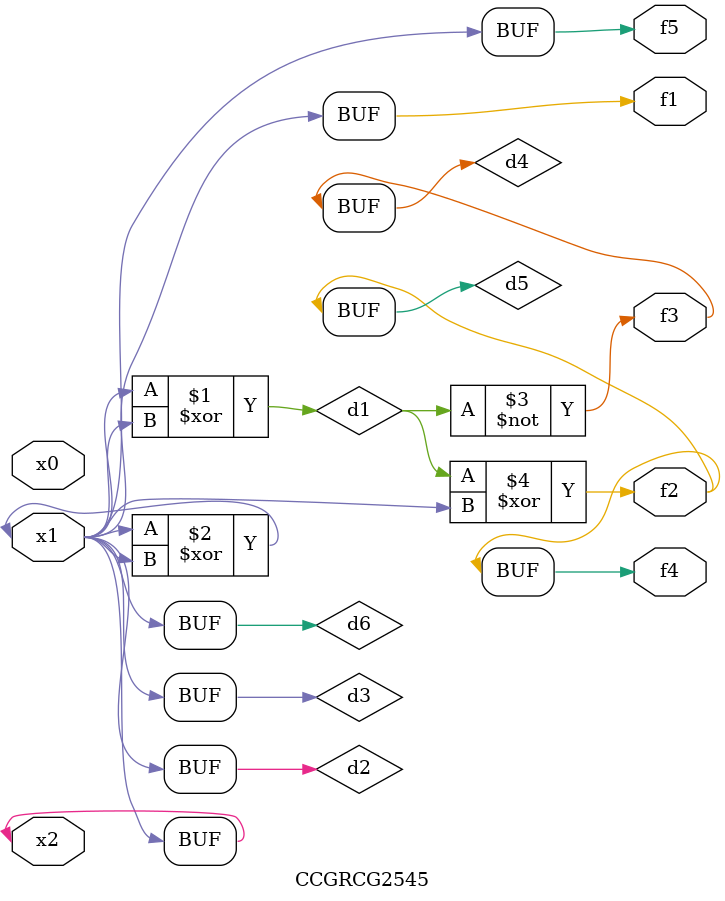
<source format=v>
module CCGRCG2545(
	input x0, x1, x2,
	output f1, f2, f3, f4, f5
);

	wire d1, d2, d3, d4, d5, d6;

	xor (d1, x1, x2);
	buf (d2, x1, x2);
	xor (d3, x1, x2);
	nor (d4, d1);
	xor (d5, d1, d2);
	buf (d6, d2, d3);
	assign f1 = d6;
	assign f2 = d5;
	assign f3 = d4;
	assign f4 = d5;
	assign f5 = d6;
endmodule

</source>
